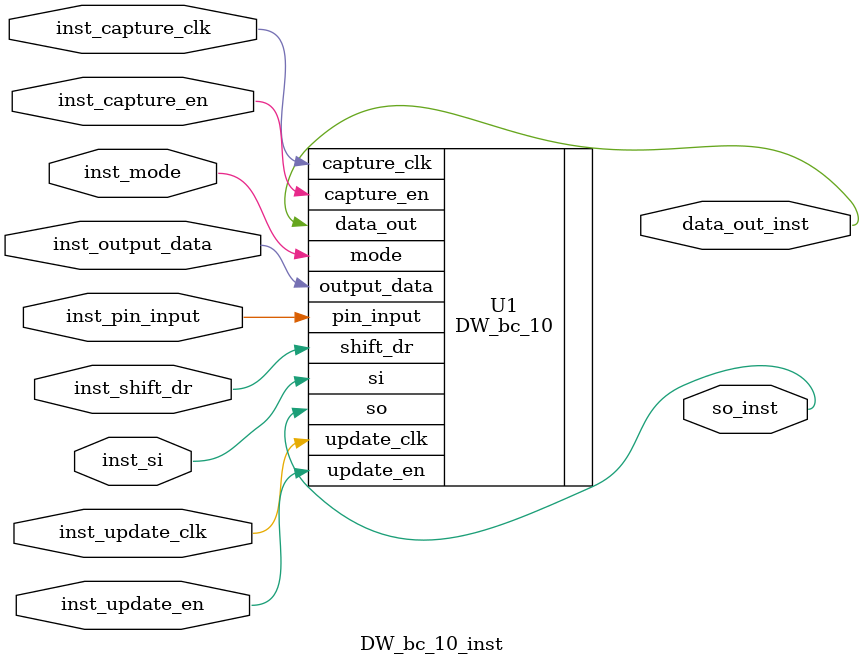
<source format=v>
module DW_bc_10_inst(inst_capture_clk, inst_update_clk, inst_capture_en, 
                     inst_update_en, inst_shift_dr, inst_mode, inst_si, 
                     inst_pin_input, inst_output_data, data_out_inst, 
                     so_inst );

  input inst_capture_clk;
  input inst_update_clk;
  input inst_capture_en;
  input inst_update_en;
  input inst_shift_dr;
  input inst_mode;
  input inst_si;
  input inst_pin_input;
  input inst_output_data;
  output data_out_inst;
  output so_inst;

  // Instance of DW_bc_10
  DW_bc_10 
    U1 (.capture_clk(inst_capture_clk),
        .update_clk(inst_update_clk),
        .capture_en(inst_capture_en),
        .update_en(inst_update_en),
        .shift_dr(inst_shift_dr),
        .mode(inst_mode),
        .si(inst_si),
        .pin_input(inst_pin_input),
        .output_data(inst_output_data),
        .data_out(data_out_inst),
        .so(so_inst) );
endmodule

</source>
